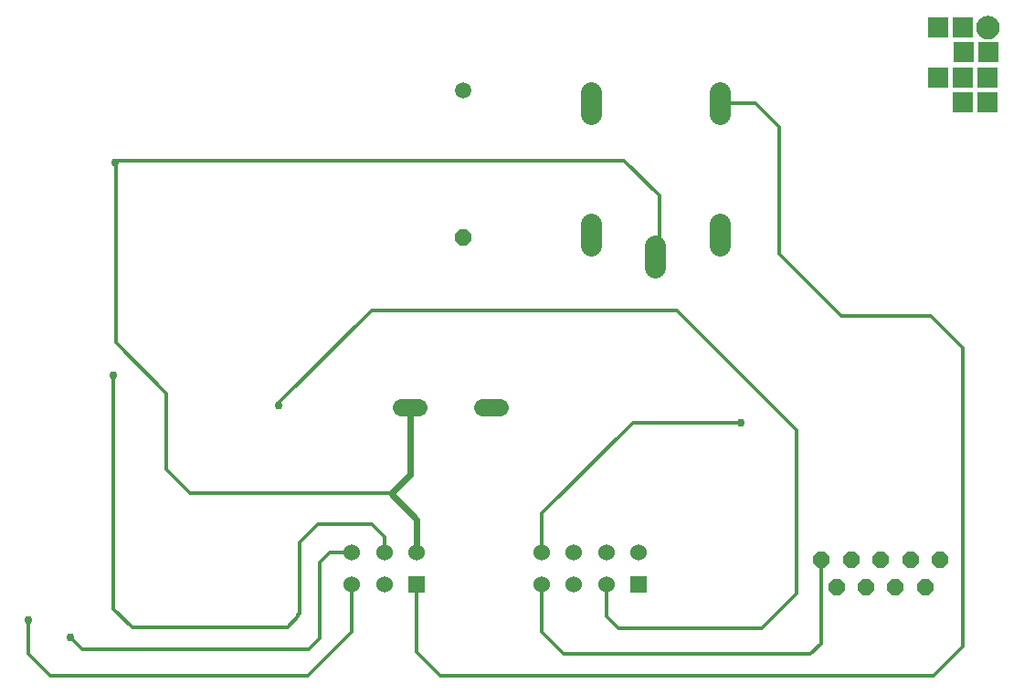
<source format=gbr>
G04 EAGLE Gerber RS-274X export*
G75*
%MOMM*%
%FSLAX34Y34*%
%LPD*%
%INBottom Copper*%
%IPPOS*%
%AMOC8*
5,1,8,0,0,1.08239X$1,22.5*%
G01*
%ADD10R,1.920000X1.940000*%
%ADD11C,0.500000*%
%ADD12P,1.649562X8X202.500000*%
%ADD13C,1.530000*%
%ADD14R,1.530000X1.530000*%
%ADD15C,1.981200*%
%ADD16C,1.508000*%
%ADD17P,1.632244X8X292.500000*%
%ADD18C,1.650000*%
%ADD19C,0.756400*%
%ADD20C,0.304800*%
%ADD21C,0.609600*%


D10*
X929453Y592995D03*
X929253Y569995D03*
X929253Y546795D03*
D11*
X920877Y615895D02*
X920880Y616101D01*
X920887Y616306D01*
X920900Y616511D01*
X920917Y616716D01*
X920940Y616920D01*
X920968Y617124D01*
X921000Y617327D01*
X921038Y617529D01*
X921081Y617730D01*
X921128Y617930D01*
X921180Y618129D01*
X921238Y618326D01*
X921300Y618522D01*
X921367Y618717D01*
X921438Y618909D01*
X921515Y619100D01*
X921596Y619289D01*
X921681Y619476D01*
X921771Y619661D01*
X921866Y619843D01*
X921965Y620024D01*
X922069Y620201D01*
X922177Y620376D01*
X922289Y620548D01*
X922405Y620718D01*
X922525Y620885D01*
X922650Y621048D01*
X922778Y621209D01*
X922911Y621366D01*
X923047Y621520D01*
X923187Y621671D01*
X923330Y621818D01*
X923477Y621961D01*
X923628Y622101D01*
X923782Y622237D01*
X923939Y622370D01*
X924100Y622498D01*
X924263Y622623D01*
X924430Y622743D01*
X924600Y622859D01*
X924772Y622971D01*
X924947Y623079D01*
X925124Y623183D01*
X925305Y623282D01*
X925487Y623377D01*
X925672Y623467D01*
X925859Y623552D01*
X926048Y623633D01*
X926239Y623710D01*
X926431Y623781D01*
X926626Y623848D01*
X926822Y623910D01*
X927019Y623968D01*
X927218Y624020D01*
X927418Y624067D01*
X927619Y624110D01*
X927821Y624148D01*
X928024Y624180D01*
X928228Y624208D01*
X928432Y624231D01*
X928637Y624248D01*
X928842Y624261D01*
X929047Y624268D01*
X929253Y624271D01*
X929459Y624268D01*
X929664Y624261D01*
X929869Y624248D01*
X930074Y624231D01*
X930278Y624208D01*
X930482Y624180D01*
X930685Y624148D01*
X930887Y624110D01*
X931088Y624067D01*
X931288Y624020D01*
X931487Y623968D01*
X931684Y623910D01*
X931880Y623848D01*
X932075Y623781D01*
X932267Y623710D01*
X932458Y623633D01*
X932647Y623552D01*
X932834Y623467D01*
X933019Y623377D01*
X933201Y623282D01*
X933382Y623183D01*
X933559Y623079D01*
X933734Y622971D01*
X933906Y622859D01*
X934076Y622743D01*
X934243Y622623D01*
X934406Y622498D01*
X934567Y622370D01*
X934724Y622237D01*
X934878Y622101D01*
X935029Y621961D01*
X935176Y621818D01*
X935319Y621671D01*
X935459Y621520D01*
X935595Y621366D01*
X935728Y621209D01*
X935856Y621048D01*
X935981Y620885D01*
X936101Y620718D01*
X936217Y620548D01*
X936329Y620376D01*
X936437Y620201D01*
X936541Y620024D01*
X936640Y619843D01*
X936735Y619661D01*
X936825Y619476D01*
X936910Y619289D01*
X936991Y619100D01*
X937068Y618909D01*
X937139Y618717D01*
X937206Y618522D01*
X937268Y618326D01*
X937326Y618129D01*
X937378Y617930D01*
X937425Y617730D01*
X937468Y617529D01*
X937506Y617327D01*
X937538Y617124D01*
X937566Y616920D01*
X937589Y616716D01*
X937606Y616511D01*
X937619Y616306D01*
X937626Y616101D01*
X937629Y615895D01*
X937626Y615689D01*
X937619Y615484D01*
X937606Y615279D01*
X937589Y615074D01*
X937566Y614870D01*
X937538Y614666D01*
X937506Y614463D01*
X937468Y614261D01*
X937425Y614060D01*
X937378Y613860D01*
X937326Y613661D01*
X937268Y613464D01*
X937206Y613268D01*
X937139Y613073D01*
X937068Y612881D01*
X936991Y612690D01*
X936910Y612501D01*
X936825Y612314D01*
X936735Y612129D01*
X936640Y611947D01*
X936541Y611766D01*
X936437Y611589D01*
X936329Y611414D01*
X936217Y611242D01*
X936101Y611072D01*
X935981Y610905D01*
X935856Y610742D01*
X935728Y610581D01*
X935595Y610424D01*
X935459Y610270D01*
X935319Y610119D01*
X935176Y609972D01*
X935029Y609829D01*
X934878Y609689D01*
X934724Y609553D01*
X934567Y609420D01*
X934406Y609292D01*
X934243Y609167D01*
X934076Y609047D01*
X933906Y608931D01*
X933734Y608819D01*
X933559Y608711D01*
X933382Y608607D01*
X933201Y608508D01*
X933019Y608413D01*
X932834Y608323D01*
X932647Y608238D01*
X932458Y608157D01*
X932267Y608080D01*
X932075Y608009D01*
X931880Y607942D01*
X931684Y607880D01*
X931487Y607822D01*
X931288Y607770D01*
X931088Y607723D01*
X930887Y607680D01*
X930685Y607642D01*
X930482Y607610D01*
X930278Y607582D01*
X930074Y607559D01*
X929869Y607542D01*
X929664Y607529D01*
X929459Y607522D01*
X929253Y607519D01*
X929047Y607522D01*
X928842Y607529D01*
X928637Y607542D01*
X928432Y607559D01*
X928228Y607582D01*
X928024Y607610D01*
X927821Y607642D01*
X927619Y607680D01*
X927418Y607723D01*
X927218Y607770D01*
X927019Y607822D01*
X926822Y607880D01*
X926626Y607942D01*
X926431Y608009D01*
X926239Y608080D01*
X926048Y608157D01*
X925859Y608238D01*
X925672Y608323D01*
X925487Y608413D01*
X925305Y608508D01*
X925124Y608607D01*
X924947Y608711D01*
X924772Y608819D01*
X924600Y608931D01*
X924430Y609047D01*
X924263Y609167D01*
X924100Y609292D01*
X923939Y609420D01*
X923782Y609553D01*
X923628Y609689D01*
X923477Y609829D01*
X923330Y609972D01*
X923187Y610119D01*
X923047Y610270D01*
X922911Y610424D01*
X922778Y610581D01*
X922650Y610742D01*
X922525Y610905D01*
X922405Y611072D01*
X922289Y611242D01*
X922177Y611414D01*
X922069Y611589D01*
X921965Y611766D01*
X921866Y611947D01*
X921771Y612129D01*
X921681Y612314D01*
X921596Y612501D01*
X921515Y612690D01*
X921438Y612881D01*
X921367Y613073D01*
X921300Y613268D01*
X921238Y613464D01*
X921180Y613661D01*
X921128Y613860D01*
X921081Y614060D01*
X921038Y614261D01*
X921000Y614463D01*
X920968Y614666D01*
X920940Y614870D01*
X920917Y615074D01*
X920900Y615279D01*
X920887Y615484D01*
X920880Y615689D01*
X920877Y615895D01*
X925695Y616095D02*
X925697Y616217D01*
X925703Y616340D01*
X925713Y616461D01*
X925727Y616583D01*
X925745Y616704D01*
X925766Y616824D01*
X925792Y616944D01*
X925822Y617063D01*
X925855Y617180D01*
X925892Y617297D01*
X925933Y617412D01*
X925978Y617526D01*
X926027Y617638D01*
X926079Y617749D01*
X926134Y617858D01*
X926193Y617965D01*
X926256Y618070D01*
X926322Y618173D01*
X926391Y618274D01*
X926464Y618373D01*
X926540Y618469D01*
X926618Y618562D01*
X926700Y618653D01*
X926785Y618741D01*
X926872Y618827D01*
X926963Y618909D01*
X927056Y618989D01*
X927151Y619066D01*
X927249Y619139D01*
X927349Y619209D01*
X927452Y619276D01*
X927556Y619339D01*
X927663Y619399D01*
X927771Y619456D01*
X927882Y619509D01*
X927994Y619558D01*
X928107Y619604D01*
X928222Y619646D01*
X928338Y619684D01*
X928456Y619718D01*
X928574Y619749D01*
X928694Y619775D01*
X928814Y619798D01*
X928935Y619817D01*
X929056Y619832D01*
X929178Y619843D01*
X929300Y619850D01*
X929422Y619853D01*
X929545Y619852D01*
X929667Y619847D01*
X929789Y619838D01*
X929911Y619825D01*
X930032Y619808D01*
X930152Y619787D01*
X930272Y619763D01*
X930391Y619734D01*
X930509Y619702D01*
X930626Y619665D01*
X930742Y619625D01*
X930856Y619581D01*
X930968Y619534D01*
X931080Y619483D01*
X931189Y619428D01*
X931297Y619370D01*
X931402Y619308D01*
X931506Y619243D01*
X931607Y619174D01*
X931706Y619103D01*
X931803Y619028D01*
X931897Y618950D01*
X931989Y618869D01*
X932078Y618785D01*
X932164Y618698D01*
X932247Y618608D01*
X932327Y618516D01*
X932405Y618421D01*
X932479Y618324D01*
X932550Y618224D01*
X932617Y618122D01*
X932682Y618018D01*
X932743Y617912D01*
X932800Y617804D01*
X932854Y617694D01*
X932904Y617582D01*
X932951Y617469D01*
X932994Y617355D01*
X933033Y617239D01*
X933068Y617122D01*
X933100Y617003D01*
X933127Y616884D01*
X933151Y616764D01*
X933171Y616644D01*
X933187Y616522D01*
X933199Y616401D01*
X933207Y616278D01*
X933211Y616156D01*
X933211Y616034D01*
X933207Y615912D01*
X933199Y615789D01*
X933187Y615668D01*
X933171Y615546D01*
X933151Y615426D01*
X933127Y615306D01*
X933100Y615187D01*
X933068Y615068D01*
X933033Y614951D01*
X932994Y614835D01*
X932951Y614721D01*
X932904Y614608D01*
X932854Y614496D01*
X932800Y614386D01*
X932743Y614278D01*
X932682Y614172D01*
X932617Y614068D01*
X932550Y613966D01*
X932479Y613866D01*
X932405Y613769D01*
X932327Y613674D01*
X932247Y613582D01*
X932164Y613492D01*
X932078Y613405D01*
X931989Y613321D01*
X931897Y613240D01*
X931803Y613162D01*
X931706Y613087D01*
X931607Y613016D01*
X931506Y612947D01*
X931402Y612882D01*
X931297Y612820D01*
X931189Y612762D01*
X931080Y612707D01*
X930968Y612656D01*
X930856Y612609D01*
X930742Y612565D01*
X930626Y612525D01*
X930509Y612488D01*
X930391Y612456D01*
X930272Y612427D01*
X930152Y612403D01*
X930032Y612382D01*
X929911Y612365D01*
X929789Y612352D01*
X929667Y612343D01*
X929545Y612338D01*
X929422Y612337D01*
X929300Y612340D01*
X929178Y612347D01*
X929056Y612358D01*
X928935Y612373D01*
X928814Y612392D01*
X928694Y612415D01*
X928574Y612441D01*
X928456Y612472D01*
X928338Y612506D01*
X928222Y612544D01*
X928107Y612586D01*
X927994Y612632D01*
X927882Y612681D01*
X927771Y612734D01*
X927663Y612791D01*
X927556Y612851D01*
X927452Y612914D01*
X927349Y612981D01*
X927249Y613051D01*
X927151Y613124D01*
X927056Y613201D01*
X926963Y613281D01*
X926872Y613363D01*
X926785Y613449D01*
X926700Y613537D01*
X926618Y613628D01*
X926540Y613721D01*
X926464Y613817D01*
X926391Y613916D01*
X926322Y614017D01*
X926256Y614120D01*
X926193Y614225D01*
X926134Y614332D01*
X926079Y614441D01*
X926027Y614552D01*
X925978Y614664D01*
X925933Y614778D01*
X925892Y614893D01*
X925855Y615010D01*
X925822Y615127D01*
X925792Y615246D01*
X925766Y615366D01*
X925745Y615486D01*
X925727Y615607D01*
X925713Y615729D01*
X925703Y615850D01*
X925697Y615973D01*
X925695Y616095D01*
X928821Y616295D02*
X928823Y616345D01*
X928829Y616394D01*
X928838Y616443D01*
X928852Y616490D01*
X928869Y616537D01*
X928890Y616582D01*
X928914Y616625D01*
X928942Y616666D01*
X928972Y616705D01*
X929006Y616742D01*
X929043Y616776D01*
X929082Y616806D01*
X929123Y616834D01*
X929166Y616858D01*
X929211Y616879D01*
X929258Y616896D01*
X929305Y616910D01*
X929354Y616919D01*
X929403Y616925D01*
X929453Y616927D01*
X929503Y616925D01*
X929552Y616919D01*
X929601Y616910D01*
X929648Y616896D01*
X929695Y616879D01*
X929740Y616858D01*
X929783Y616834D01*
X929824Y616806D01*
X929863Y616776D01*
X929900Y616742D01*
X929934Y616705D01*
X929964Y616666D01*
X929992Y616625D01*
X930016Y616582D01*
X930037Y616537D01*
X930054Y616490D01*
X930068Y616443D01*
X930077Y616394D01*
X930083Y616345D01*
X930085Y616295D01*
X930083Y616245D01*
X930077Y616196D01*
X930068Y616147D01*
X930054Y616100D01*
X930037Y616053D01*
X930016Y616008D01*
X929992Y615965D01*
X929964Y615924D01*
X929934Y615885D01*
X929900Y615848D01*
X929863Y615814D01*
X929824Y615784D01*
X929783Y615756D01*
X929740Y615732D01*
X929695Y615711D01*
X929648Y615694D01*
X929601Y615680D01*
X929552Y615671D01*
X929503Y615665D01*
X929453Y615663D01*
X929403Y615665D01*
X929354Y615671D01*
X929305Y615680D01*
X929258Y615694D01*
X929211Y615711D01*
X929166Y615732D01*
X929123Y615756D01*
X929082Y615784D01*
X929043Y615814D01*
X929006Y615848D01*
X928972Y615885D01*
X928942Y615924D01*
X928914Y615965D01*
X928890Y616008D01*
X928869Y616053D01*
X928852Y616100D01*
X928838Y616147D01*
X928829Y616196D01*
X928823Y616245D01*
X928821Y616295D01*
D10*
X906453Y592995D03*
X906253Y615995D03*
X906253Y569995D03*
X906253Y546795D03*
X883453Y615795D03*
X883453Y569795D03*
D12*
X884864Y122700D03*
X857432Y122700D03*
X830000Y122700D03*
X802568Y122700D03*
X775136Y122700D03*
X871148Y97300D03*
X843716Y97300D03*
X816284Y97300D03*
X788852Y97300D03*
D13*
X575622Y99652D03*
X575622Y129652D03*
X545622Y99652D03*
X545622Y129652D03*
D14*
X605622Y99652D03*
D13*
X515622Y99652D03*
X605622Y129652D03*
X515622Y129652D03*
D14*
X400000Y99420D03*
D13*
X400000Y129420D03*
X370000Y99420D03*
X340000Y99420D03*
X370000Y129420D03*
X340000Y129420D03*
D15*
X621000Y393844D02*
X621000Y413656D01*
X680690Y414164D02*
X680690Y433976D01*
X561310Y433976D02*
X561310Y414164D01*
X561310Y536084D02*
X561310Y555896D01*
X680690Y555896D02*
X680690Y536084D01*
D16*
X443000Y557800D03*
D17*
X443000Y421200D03*
D18*
X460250Y264000D02*
X476750Y264000D01*
X401750Y264000D02*
X385250Y264000D01*
D19*
X272000Y266000D03*
D20*
X358000Y354000D02*
X641000Y354000D01*
X272000Y268000D02*
X272000Y266000D01*
X272000Y268000D02*
X358000Y354000D01*
X752000Y243000D02*
X752000Y91000D01*
X720000Y59000D01*
X575622Y70378D02*
X575622Y99652D01*
X752000Y243000D02*
X641000Y354000D01*
X587000Y59000D02*
X720000Y59000D01*
X587000Y59000D02*
X575622Y70378D01*
X515622Y129652D02*
X515622Y165622D01*
X600000Y250000D01*
X700000Y250000D01*
D19*
X700000Y250000D03*
D20*
X515622Y99652D02*
X515622Y55378D01*
X536000Y35000D01*
X765000Y35000D01*
X775000Y45000D01*
X775000Y122564D02*
X775136Y122700D01*
X775000Y122564D02*
X775000Y45000D01*
X340000Y56000D02*
X340000Y99420D01*
X40000Y67000D02*
X40000Y35000D01*
D19*
X40000Y67000D03*
D20*
X299000Y15000D02*
X340000Y56000D01*
X299000Y15000D02*
X60000Y15000D01*
X40000Y35000D01*
D19*
X120000Y491000D03*
D20*
X121000Y490000D01*
X121000Y324000D01*
X168000Y277000D02*
X168000Y206000D01*
X190000Y184000D01*
X168000Y277000D02*
X121000Y324000D01*
X592000Y493000D02*
X625000Y460000D01*
X625000Y407750D01*
X621000Y403750D01*
X122000Y493000D02*
X120000Y491000D01*
X122000Y493000D02*
X592000Y493000D01*
X393500Y264000D02*
X393500Y261000D01*
D21*
X400000Y160000D02*
X400000Y129420D01*
D20*
X376000Y184000D02*
X190000Y184000D01*
D21*
X376000Y184000D02*
X400000Y160000D01*
X376000Y184000D02*
X393500Y201500D01*
X393500Y264000D01*
D20*
X340000Y129420D02*
X319420Y129420D01*
X310000Y120000D01*
X310000Y50000D01*
X300000Y40000D01*
X90000Y40000D01*
X79000Y51000D01*
D19*
X79000Y51000D03*
D20*
X400000Y37000D02*
X400000Y99420D01*
X400000Y37000D02*
X422000Y15000D01*
X879000Y15000D02*
X906000Y42000D01*
X906000Y319000D01*
X879000Y15000D02*
X422000Y15000D01*
X876000Y349000D02*
X906000Y319000D01*
X876000Y349000D02*
X793000Y349000D01*
X736000Y406000D02*
X736000Y524000D01*
X714010Y545990D01*
X680690Y545990D01*
X736000Y406000D02*
X793000Y349000D01*
X370000Y144000D02*
X370000Y129420D01*
X291000Y139000D02*
X291000Y73000D01*
X290000Y72000D01*
X290000Y70000D01*
X280000Y60000D01*
X136000Y60000D01*
X119000Y77000D01*
D19*
X119000Y294000D03*
D20*
X119000Y77000D01*
X291000Y139000D02*
X308000Y156000D01*
X358000Y156000D02*
X370000Y144000D01*
X358000Y156000D02*
X308000Y156000D01*
M02*

</source>
